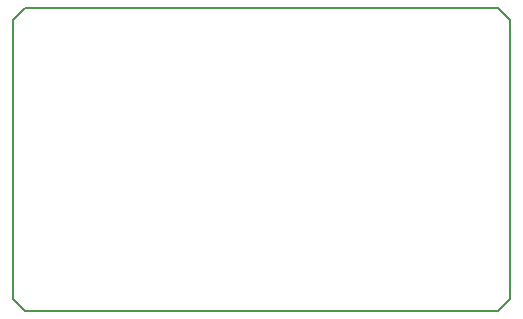
<source format=gbr>
%TF.GenerationSoftware,KiCad,Pcbnew,7.0.2-0*%
%TF.CreationDate,2023-05-06T05:04:52+08:00*%
%TF.ProjectId,slimarm_carambola,736c696d-6172-46d5-9f63-6172616d626f,rev?*%
%TF.SameCoordinates,Original*%
%TF.FileFunction,Profile,NP*%
%FSLAX46Y46*%
G04 Gerber Fmt 4.6, Leading zero omitted, Abs format (unit mm)*
G04 Created by KiCad (PCBNEW 7.0.2-0) date 2023-05-06 05:04:52*
%MOMM*%
%LPD*%
G01*
G04 APERTURE LIST*
%TA.AperFunction,Profile*%
%ADD10C,0.150000*%
%TD*%
G04 APERTURE END LIST*
D10*
X16390000Y-39080000D02*
X17390000Y-40080000D01*
X57420000Y-14480000D02*
X58420000Y-15480000D01*
X17390000Y-14480000D02*
X16390000Y-15480000D01*
X58420000Y-39080000D02*
X57420000Y-40080000D01*
X58420000Y-39080000D02*
X58420000Y-15480000D01*
X57420000Y-14480000D02*
X17390000Y-14480000D01*
X16390000Y-15480000D02*
X16390000Y-39080000D01*
X17390000Y-40080000D02*
X57420000Y-40080000D01*
M02*

</source>
